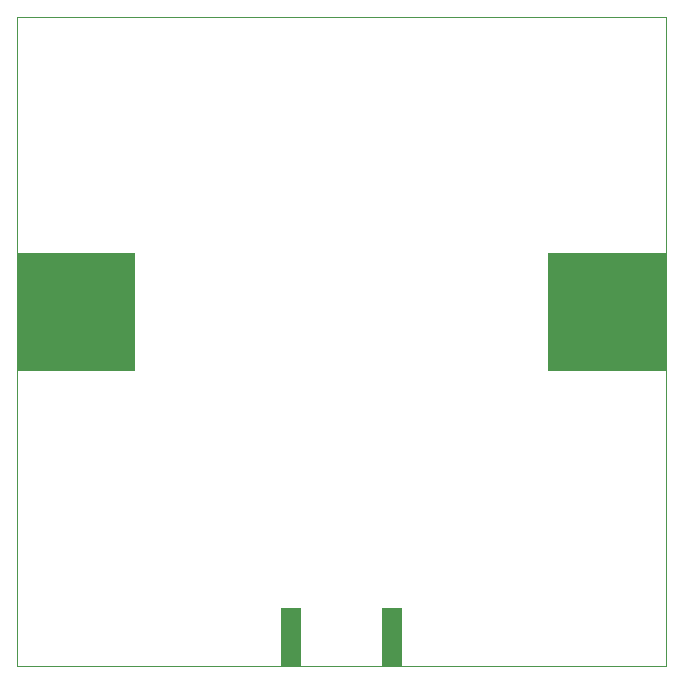
<source format=gbp>
G04 #@! TF.GenerationSoftware,KiCad,Pcbnew,(5.1.9)-1*
G04 #@! TF.CreationDate,2021-04-01T14:20:21-04:00*
G04 #@! TF.ProjectId,Antenna Adapter,416e7465-6e6e-4612-9041-646170746572,rev?*
G04 #@! TF.SameCoordinates,Original*
G04 #@! TF.FileFunction,Paste,Bot*
G04 #@! TF.FilePolarity,Positive*
%FSLAX46Y46*%
G04 Gerber Fmt 4.6, Leading zero omitted, Abs format (unit mm)*
G04 Created by KiCad (PCBNEW (5.1.9)-1) date 2021-04-01 14:20:21*
%MOMM*%
%LPD*%
G01*
G04 APERTURE LIST*
G04 #@! TA.AperFunction,Profile*
%ADD10C,0.100000*%
G04 #@! TD*
%ADD11R,10.000000X10.000000*%
%ADD12R,1.800000X5.000000*%
G04 APERTURE END LIST*
D10*
X145000000Y-50000000D02*
X145000000Y-105000000D01*
X90000000Y-50000000D02*
X145000000Y-50000000D01*
X90000000Y-105000000D02*
X90000000Y-50000000D01*
X145000000Y-105000000D02*
X90000000Y-105000000D01*
D11*
G04 #@! TO.C,J2*
X140000000Y-75000000D03*
G04 #@! TD*
G04 #@! TO.C,J1*
X95000000Y-75000000D03*
G04 #@! TD*
D12*
G04 #@! TO.C,J3*
X121750000Y-102500000D03*
X113250000Y-102500000D03*
G04 #@! TD*
M02*

</source>
